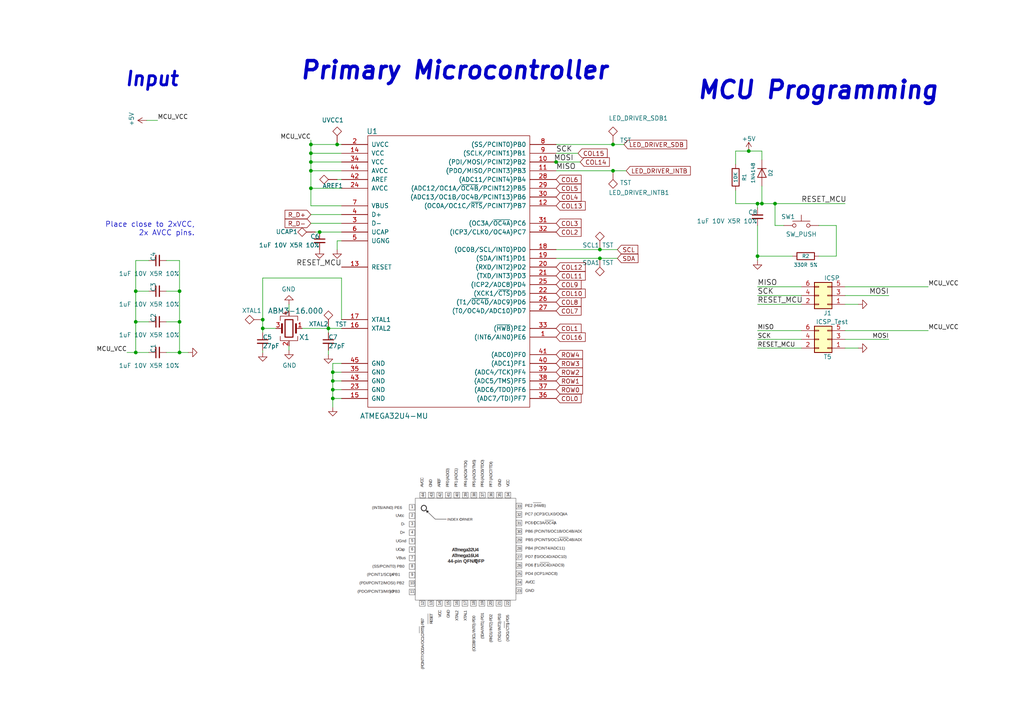
<source format=kicad_sch>
(kicad_sch (version 20211123) (generator eeschema)
  (paper "A4")
  (title_block (title "MCU") (date "2016-05-06") (company "Keyboardio"))
  (lib_symbols
    (symbol "1N4148:D" (pin_numbers hide) (pin_names (offset 1.016) hide)
      (property "Reference" "D" (at 0 2.54 0))
      (property "Value" "D" (at 0 -2.54 0))
      (symbol "D_0_1"
        (polyline (pts (xy -1.27 1.27) (xy -1.27 -1.27)) (stroke (width 0.2032)))
        (polyline (pts (xy 1.27 0) (xy -1.27 0)))
        (polyline (pts (xy 1.27 1.27) (xy 1.27 -1.27) (xy -1.27 0) (xy 1.27 1.27)) (stroke (width 0.2032)))
      )
      (symbol "D_1_1"
        (pin passive line (at -3.81 0 0) (length 2.54) (name "K") (number "1"))
        (pin passive line (at 3.81 0 180) (length 2.54) (name "A") (number "2"))
      )
    )
    (symbol "Connector_Generic:Conn_02x03_Odd_Even" (pin_names (offset 1.016) hide)
      (property "Reference" "J" (at 1.27 5.08 0))
      (property "Value" "Conn_02x03_Odd_Even" (at 1.27 -5.08 0))
      (symbol "Conn_02x03_Odd_Even_1_1"
        (rectangle (start -1.27 -2.413) (end 0 -2.667) (stroke (width 0.1524)))
        (rectangle (start -1.27 0.127) (end 0 -0.127) (stroke (width 0.1524)))
        (rectangle (start -1.27 2.667) (end 0 2.413) (stroke (width 0.1524)))
        (rectangle (start -1.27 3.81) (end 3.81 -3.81) (stroke (width 0.254)) (fill (type background)))
        (rectangle (start 3.81 -2.413) (end 2.54 -2.667) (stroke (width 0.1524)))
        (rectangle (start 3.81 0.127) (end 2.54 -0.127) (stroke (width 0.1524)))
        (rectangle (start 3.81 2.667) (end 2.54 2.413) (stroke (width 0.1524)))
        (pin passive line (at -5.08 2.54 0) (length 3.81) (name "Pin_1") (number "1"))
        (pin passive line (at 7.62 2.54 180) (length 3.81) (name "Pin_2") (number "2"))
        (pin passive line (at -5.08 0 0) (length 3.81) (name "Pin_3") (number "3"))
        (pin passive line (at 7.62 0 180) (length 3.81) (name "Pin_4") (number "4"))
        (pin passive line (at -5.08 -2.54 0) (length 3.81) (name "Pin_5") (number "5"))
        (pin passive line (at 7.62 -2.54 180) (length 3.81) (name "Pin_6") (number "6"))
      )
    )
    (symbol "Device:C_Small" (pin_numbers hide) (pin_names (offset 0.254) hide)
      (property "Reference" "C" (at 0.254 1.778 0))
      (property "Value" "C_Small" (at 0.254 -2.032 0))
      (symbol "C_Small_0_1"
        (polyline (pts (xy -1.524 -0.508) (xy 1.524 -0.508)) (stroke (width 0.3302)))
        (polyline (pts (xy -1.524 0.508) (xy 1.524 0.508)) (stroke (width 0.3048)))
      )
      (symbol "C_Small_1_1"
        (pin passive line (at 0 2.54 270) (length 2.032) (name "~") (number "1"))
        (pin passive line (at 0 -2.54 90) (length 2.032) (name "~") (number "2"))
      )
    )
    (symbol "Device:Crystal_GND24" (pin_names (offset 1.016) hide)
      (property "Reference" "Y" (at 3.175 5.08 0))
      (property "Value" "Crystal_GND24" (at 3.175 3.175 0))
      (symbol "Crystal_GND24_0_1"
        (rectangle (start -1.143 2.54) (end 1.143 -2.54) (stroke (width 0.3048)))
        (polyline (pts (xy -2.54 0) (xy -2.032 0)))
        (polyline (pts (xy -2.032 -1.27) (xy -2.032 1.27)) (stroke (width 0.508)))
        (polyline (pts (xy 0 -3.81) (xy 0 -3.556)))
        (polyline (pts (xy 0 3.556) (xy 0 3.81)))
        (polyline (pts (xy 2.032 -1.27) (xy 2.032 1.27)) (stroke (width 0.508)))
        (polyline (pts (xy 2.032 0) (xy 2.54 0)))
        (polyline (pts (xy -2.54 -2.286) (xy -2.54 -3.556) (xy 2.54 -3.556) (xy 2.54 -2.286)))
        (polyline (pts (xy -2.54 2.286) (xy -2.54 3.556) (xy 2.54 3.556) (xy 2.54 2.286)))
      )
      (symbol "Crystal_GND24_1_1"
        (pin passive line (at -3.81 0 0) (length 1.27) (name "1") (number "1"))
        (pin passive line (at 0 5.08 270) (length 1.27) (name "2") (number "2"))
        (pin passive line (at 3.81 0 180) (length 1.27) (name "3") (number "3"))
        (pin passive line (at 0 -5.08 90) (length 1.27) (name "4") (number "4"))
      )
    )
    (symbol "Device:R" (pin_numbers hide) (pin_names (offset 0))
      (property "Reference" "R" (at 2.032 0 90))
      (property "Value" "R" (at 0 0 90))
      (symbol "R_0_1"
        (rectangle (start -1.016 -2.54) (end 1.016 2.54) (stroke (width 0.254)))
      )
      (symbol "R_1_1"
        (pin passive line (at 0 3.81 270) (length 1.27) (name "~") (number "1"))
        (pin passive line (at 0 -3.81 90) (length 1.27) (name "~") (number "2"))
      )
    )
    (symbol "Keyboard-symbols:GND" (power) (pin_names (offset 0))
      (property "Value" "GND" (at 0 -3.81 0))
      (symbol "GND_0_1"
        (polyline (pts (xy 0 0) (xy 0 -1.27) (xy 1.27 -1.27) (xy 0 -2.54) (xy -1.27 -1.27) (xy 0 -1.27)))
      )
      (symbol "GND_1_1"
        (pin power_in line (at 0 0 270) (length 0) hide (name "GND") (number "1"))
      )
    )
    (symbol "Switch:SW_Push" (pin_numbers hide) (pin_names (offset 1.016) hide)
      (property "Reference" "SW" (at 1.27 2.54 0))
      (property "Value" "SW_Push" (at 0 -1.524 0))
      (symbol "SW_Push_0_1"
        (circle (center -2.032 0) (radius 0.508))
        (polyline (pts (xy 0 1.27) (xy 0 3.048)))
        (polyline (pts (xy 2.54 1.27) (xy -2.54 1.27)))
        (circle (center 2.032 0) (radius 0.508))
        (pin passive line (at -5.08 0 0) (length 2.54) (name "1") (number "1"))
        (pin passive line (at 5.08 0 180) (length 2.54) (name "2") (number "2"))
      )
    )
    (symbol "legacy:ATMEGA32U4" (pin_names (offset 1.016))
      (property "Reference" "U" (at -22.86 43.18 0))
      (property "Value" "ATMEGA32U4" (at -16.51 -39.37 0))
      (symbol "ATMEGA32U4_0_1"
        (rectangle (start -24.13 41.91) (end 22.86 -36.83))
      )
      (symbol "ATMEGA32U4_1_1"
        (pin input line (at 30.48 -16.51 180) (length 7.62) (name "(INT6/AIN0)PE6") (number "1"))
        (pin input line (at 30.48 34.29 180) (length 7.62) (name "(PDI/MOSI/PCINT2)PB2") (number "10"))
        (pin input line (at 30.48 31.75 180) (length 7.62) (name "(PDO/MISO/PCINT3)PB3") (number "11"))
        (pin input line (at 30.48 21.59 180) (length 7.62) (name "(OC0A/OC1C/~{RTS}/PCINT7)PB7") (number "12"))
        (pin input line (at -31.75 3.81 0) (length 7.62) (name "RESET") (number "13"))
        (pin power_in line (at -31.75 36.83 0) (length 7.62) (name "VCC") (number "14"))
        (pin power_in line (at -31.75 -34.29 0) (length 7.62) (name "GND") (number "15"))
        (pin input line (at -31.75 -13.97 0) (length 7.62) (name "XTAL2") (number "16"))
        (pin input line (at -31.75 -11.43 0) (length 7.62) (name "XTAL1") (number "17"))
        (pin input line (at 30.48 8.89 180) (length 7.62) (name "(OC0B/SCL/INT0)PD0") (number "18"))
        (pin input line (at 30.48 6.35 180) (length 7.62) (name "(SDA/INT1)PD1") (number "19"))
        (pin input line (at -31.75 39.37 0) (length 7.62) (name "UVCC") (number "2"))
        (pin input line (at 30.48 3.81 180) (length 7.62) (name "(RXD/INT2)PD2") (number "20"))
        (pin input line (at 30.48 1.27 180) (length 7.62) (name "(TXD/INT3)PD3") (number "21"))
        (pin input line (at 30.48 -3.81 180) (length 7.62) (name "(XCK1/~{CTS})PD5") (number "22"))
        (pin power_in line (at -31.75 -31.75 0) (length 7.62) (name "GND") (number "23"))
        (pin power_in line (at -31.75 26.67 0) (length 7.62) (name "AVCC") (number "24"))
        (pin input line (at 30.48 -1.27 180) (length 7.62) (name "(ICP2/ADC8)PD4") (number "25"))
        (pin input line (at 30.48 -6.35 180) (length 7.62) (name "(T1/~{OC4D}/ADC9)PD6") (number "26"))
        (pin input line (at 30.48 -8.89 180) (length 7.62) (name "(T0/OC4D/ADC10)PD7") (number "27"))
        (pin input line (at 30.48 29.21 180) (length 7.62) (name "(ADC11/PCINT4)PB4") (number "28"))
        (pin input line (at 30.48 26.67 180) (length 7.62) (name "(ADC12/OC1A/~{OC4B}/PCINT12)PB5") (number "29"))
        (pin input line (at -31.75 16.51 0) (length 7.62) (name "D-") (number "3"))
        (pin input line (at 30.48 24.13 180) (length 7.62) (name "(ADC13/OC1B/OC4B/PCINT13)PB6") (number "30"))
        (pin input line (at 30.48 16.51 180) (length 7.62) (name "(OC3A/~{OC4A})PC6") (number "31"))
        (pin input line (at 30.48 13.97 180) (length 7.62) (name "(ICP3/CLK0/OC4A)PC7") (number "32"))
        (pin input line (at 30.48 -13.97 180) (length 7.62) (name "(~{HWB})PE2") (number "33"))
        (pin power_in line (at -31.75 34.29 0) (length 7.62) (name "VCC") (number "34"))
        (pin power_in line (at -31.75 -26.67 0) (length 7.62) (name "GND") (number "35"))
        (pin input line (at 30.48 -34.29 180) (length 7.62) (name "(ADC7/TDI)PF7") (number "36"))
        (pin input line (at 30.48 -31.75 180) (length 7.62) (name "(ADC6/TDO)PF6") (number "37"))
        (pin input line (at 30.48 -29.21 180) (length 7.62) (name "(ADC5/TMS)PF5") (number "38"))
        (pin input line (at 30.48 -26.67 180) (length 7.62) (name "(ADC4/TCK)PF4") (number "39"))
        (pin input line (at -31.75 19.05 0) (length 7.62) (name "D+") (number "4"))
        (pin input line (at 30.48 -24.13 180) (length 7.62) (name "(ADC1)PF1") (number "40"))
        (pin input line (at 30.48 -21.59 180) (length 7.62) (name "(ADC0)PF0") (number "41"))
        (pin input line (at -31.75 29.21 0) (length 7.62) (name "AREF") (number "42"))
        (pin power_in line (at -31.75 -29.21 0) (length 7.62) (name "GND") (number "43"))
        (pin power_in line (at -31.75 31.75 0) (length 7.62) (name "AVCC") (number "44"))
        (pin power_in line (at -31.75 -24.13 0) (length 7.62) (name "GND") (number "45"))
        (pin input line (at -31.75 11.43 0) (length 7.62) (name "UGNG") (number "5"))
        (pin input line (at -31.75 13.97 0) (length 7.62) (name "UCAP") (number "6"))
        (pin input line (at -31.75 21.59 0) (length 7.62) (name "VBUS") (number "7"))
        (pin input line (at 30.48 39.37 180) (length 7.62) (name "(SS/PCINT0)PB0") (number "8"))
        (pin input line (at 30.48 36.83 180) (length 7.62) (name "(SCLK/PCINT1)PB1") (number "9"))
      )
    )
    (symbol "legacy:TST" (pin_numbers hide) (pin_names (offset 0) hide)
      (property "Reference" "P" (at 0 7.62 0))
      (property "Value" "TST" (at 0 6.35 0))
      (symbol "TST_0_1"
        (polyline (pts (xy 0 5.08) (xy -1.27 3.81) (xy 0 2.54) (xy 1.27 3.81) (xy 0 5.08) (xy 0 5.08)))
      )
      (symbol "TST_1_1"
        (pin passive line (at 0 0 90) (length 2.54) (name "~") (number "1"))
      )
    )
    (symbol "power:+5V" (power) (pin_names (offset 0))
      (property "Value" "+5V" (at 0 3.556 0))
      (symbol "+5V_0_1"
        (polyline (pts (xy -0.762 1.27) (xy 0 2.54)))
        (polyline (pts (xy 0 0) (xy 0 2.54)))
        (polyline (pts (xy 0 2.54) (xy 0.762 1.27)))
      )
      (symbol "+5V_1_1"
        (pin power_in line (at 0 0 90) (length 0) hide (name "+5V") (number "1"))
      )
    )
    (symbol "power:GND" (power) (pin_names (offset 0))
      (property "Value" "GND" (at 0 -3.81 0))
      (symbol "GND_0_1"
        (polyline (pts (xy 0 0) (xy 0 -1.27) (xy 1.27 -1.27) (xy 0 -2.54) (xy -1.27 -1.27) (xy 0 -1.27)))
      )
      (symbol "GND_1_1"
        (pin power_in line (at 0 0 270) (length 0) hide (name "GND") (number "1"))
      )
    )
  )
  (junction (at 90.17 54.61))
  (junction (at 177.8 49.53))
  (junction (at 219.71 74.295))
  (junction (at 90.17 46.99))
  (junction (at 95.25 95.25))
  (junction (at 217.17 43.815))
  (junction (at 97.79 41.91))
  (junction (at 219.71 59.055))
  (junction (at 92.71 67.31))
  (junction (at 76.2 92.71))
  (junction (at 173.99 72.39))
  (junction (at 96.52 107.95))
  (junction (at 90.17 41.91))
  (junction (at 76.2 95.25))
  (junction (at 39.37 93.345))
  (junction (at 96.52 115.57))
  (junction (at 52.07 84.455))
  (junction (at 161.29 46.99))
  (junction (at 90.17 49.53))
  (junction (at 96.52 110.49))
  (junction (at 90.17 44.45))
  (junction (at 52.07 93.345))
  (junction (at 224.79 59.055))
  (junction (at 220.98 59.055))
  (junction (at 39.37 102.235))
  (junction (at 177.8 41.91))
  (junction (at 39.37 84.455))
  (junction (at 52.07 102.235))
  (junction (at 96.52 113.03))
  (junction (at 173.99 74.93))
  (wire (pts (xy 90.17 46.99) (xy 99.06 46.99)))
  (wire (pts (xy 39.37 93.345) (xy 39.37 84.455)))
  (wire (pts (xy 173.99 72.39) (xy 161.29 72.39)))
  (wire (pts (xy 96.52 107.95) (xy 99.06 107.95)))
  (wire (pts (xy 232.41 95.885) (xy 219.71 95.885)))
  (wire (pts (xy 90.17 41.91) (xy 90.17 44.45)))
  (wire (pts (xy 245.11 98.425) (xy 257.81 98.425)))
  (wire (pts (xy 99.06 80.645) (xy 76.2 80.645)))
  (wire (pts (xy 39.37 102.235) (xy 43.18 102.235)))
  (wire (pts (xy 83.82 101.6) (xy 83.82 100.33)))
  (wire (pts (xy 269.24 83.185) (xy 245.11 83.185)))
  (wire (pts (xy 96.52 110.49) (xy 96.52 113.03)))
  (wire (pts (xy 96.52 110.49) (xy 99.06 110.49)))
  (wire (pts (xy 161.29 41.91) (xy 177.8 41.91)))
  (wire (pts (xy 173.99 74.93) (xy 179.07 74.93)))
  (wire (pts (xy 181.61 49.53) (xy 177.8 49.53)))
  (wire (pts (xy 220.98 59.055) (xy 224.79 59.055)))
  (wire (pts (xy 224.79 59.055) (xy 224.79 65.405)))
  (wire (pts (xy 161.29 46.99) (xy 168.275 46.99)))
  (wire (pts (xy 52.07 75.565) (xy 48.26 75.565)))
  (wire (pts (xy 45.72 34.925) (xy 42.545 34.925)))
  (wire (pts (xy 90.17 44.45) (xy 99.06 44.45)))
  (wire (pts (xy 245.11 88.265) (xy 248.92 88.265)))
  (wire (pts (xy 52.07 102.235) (xy 54.61 102.235)))
  (wire (pts (xy 90.17 54.61) (xy 90.17 59.69)))
  (wire (pts (xy 99.06 69.85) (xy 97.79 69.85)))
  (wire (pts (xy 232.41 100.965) (xy 219.71 100.965)))
  (wire (pts (xy 245.11 85.725) (xy 257.81 85.725)))
  (wire (pts (xy 219.71 74.295) (xy 219.71 75.565)))
  (wire (pts (xy 220.98 53.975) (xy 220.98 59.055)))
  (wire (pts (xy 219.71 59.055) (xy 220.98 59.055)))
  (wire (pts (xy 95.25 95.25) (xy 99.06 95.25)))
  (wire (pts (xy 232.41 98.425) (xy 219.71 98.425)))
  (wire (pts (xy 90.17 54.61) (xy 99.06 54.61)))
  (wire (pts (xy 90.17 44.45) (xy 90.17 46.99)))
  (wire (pts (xy 90.17 49.53) (xy 90.17 54.61)))
  (wire (pts (xy 177.8 49.53) (xy 161.29 49.53)))
  (wire (pts (xy 232.41 88.265) (xy 219.71 88.265)))
  (wire (pts (xy 95.25 95.25) (xy 95.25 96.52)))
  (wire (pts (xy 76.2 92.71) (xy 76.2 95.25)))
  (wire (pts (xy 237.49 65.405) (xy 242.57 65.405)))
  (wire (pts (xy 96.52 115.57) (xy 96.52 118.11)))
  (wire (pts (xy 237.49 74.295) (xy 242.57 74.295)))
  (wire (pts (xy 76.2 80.645) (xy 76.2 92.71)))
  (wire (pts (xy 39.37 93.345) (xy 43.18 93.345)))
  (wire (pts (xy 217.17 43.815) (xy 220.98 43.815)))
  (wire (pts (xy 245.11 100.965) (xy 248.92 100.965)))
  (wire (pts (xy 96.52 107.95) (xy 96.52 110.49)))
  (wire (pts (xy 99.06 105.41) (xy 96.52 105.41)))
  (wire (pts (xy 90.17 46.99) (xy 90.17 49.53)))
  (wire (pts (xy 48.26 102.235) (xy 52.07 102.235)))
  (wire (pts (xy 160.655 46.99) (xy 161.29 46.99)))
  (wire (pts (xy 224.79 59.055) (xy 245.11 59.055)))
  (wire (pts (xy 97.79 52.07) (xy 99.06 52.07)))
  (wire (pts (xy 232.41 83.185) (xy 219.71 83.185)))
  (wire (pts (xy 76.2 101.6) (xy 76.2 102.235)))
  (wire (pts (xy 36.83 102.235) (xy 39.37 102.235)))
  (wire (pts (xy 91.44 67.31) (xy 92.71 67.31)))
  (wire (pts (xy 76.2 95.25) (xy 76.2 96.52)))
  (wire (pts (xy 39.37 102.235) (xy 39.37 93.345)))
  (wire (pts (xy 97.79 41.91) (xy 99.06 41.91)))
  (wire (pts (xy 90.17 59.69) (xy 99.06 59.69)))
  (wire (pts (xy 213.36 55.245) (xy 213.36 59.055)))
  (wire (pts (xy 96.52 113.03) (xy 99.06 113.03)))
  (wire (pts (xy 224.79 65.405) (xy 227.33 65.405)))
  (wire (pts (xy 96.52 113.03) (xy 96.52 115.57)))
  (wire (pts (xy 52.07 102.235) (xy 52.07 93.345)))
  (wire (pts (xy 92.71 67.31) (xy 99.06 67.31)))
  (wire (pts (xy 52.07 93.345) (xy 52.07 84.455)))
  (wire (pts (xy 219.71 65.405) (xy 219.71 74.295)))
  (wire (pts (xy 269.24 95.885) (xy 245.11 95.885)))
  (wire (pts (xy 220.98 43.815) (xy 220.98 46.355)))
  (wire (pts (xy 179.07 72.39) (xy 173.99 72.39)))
  (wire (pts (xy 242.57 74.295) (xy 242.57 65.405)))
  (wire (pts (xy 90.17 41.91) (xy 97.79 41.91)))
  (wire (pts (xy 39.37 75.565) (xy 43.18 75.565)))
  (wire (pts (xy 39.37 84.455) (xy 43.18 84.455)))
  (wire (pts (xy 161.29 44.45) (xy 167.64 44.45)))
  (wire (pts (xy 99.06 62.23) (xy 90.17 62.23)))
  (wire (pts (xy 80.01 95.25) (xy 76.2 95.25)))
  (wire (pts (xy 48.26 84.455) (xy 52.07 84.455)))
  (wire (pts (xy 213.36 43.815) (xy 213.36 47.625)))
  (wire (pts (xy 161.29 74.93) (xy 173.99 74.93)))
  (wire (pts (xy 99.06 92.71) (xy 99.06 80.645)))
  (wire (pts (xy 213.36 59.055) (xy 219.71 59.055)))
  (wire (pts (xy 90.17 40.64) (xy 90.17 41.91)))
  (wire (pts (xy 97.79 69.85) (xy 97.79 72.39)))
  (wire (pts (xy 213.36 43.815) (xy 217.17 43.815)))
  (wire (pts (xy 96.52 115.57) (xy 99.06 115.57)))
  (wire (pts (xy 99.06 64.77) (xy 90.17 64.77)))
  (wire (pts (xy 90.17 49.53) (xy 99.06 49.53)))
  (wire (pts (xy 219.71 74.295) (xy 229.87 74.295)))
  (wire (pts (xy 96.52 105.41) (xy 96.52 107.95)))
  (wire (pts (xy 48.26 93.345) (xy 52.07 93.345)))
  (wire (pts (xy 219.71 60.325) (xy 219.71 59.055)))
  (wire (pts (xy 177.8 41.91) (xy 180.975 41.91)))
  (wire (pts (xy 39.37 84.455) (xy 39.37 75.565)))
  (wire (pts (xy 95.25 101.6) (xy 95.25 102.87)))
  (wire (pts (xy 232.41 85.725) (xy 219.71 85.725)))
  (wire (pts (xy 52.07 84.455) (xy 52.07 75.565)))
  (wire (pts (xy 87.63 95.25) (xy 95.25 95.25)))
  (wire (pts (xy 83.82 88.265) (xy 83.82 90.17)))
  (image (at 137.16 163.83))
  (text "Primary Microcontroller" (at 86.741 23.495 0) (effects (font (size 5.0038 5.0038) (thickness 1.0008) bold italic) (justify left bottom)))
  (text "Input" (at 52.07 25.4 180) (effects (font (size 3.9878 3.9878) (thickness 0.7976) bold italic) (justify right bottom)))
  (text "Place close to 2xVCC,\n2x AVCC pins." (at 56.515 68.58 180) (effects (font (size 1.524 1.524)) (justify right bottom)))
  (text "MCU Programming" (at 201.93 29.21 0) (effects (font (size 5.0038 5.0038) (thickness 1.0008) bold italic) (justify left bottom)))
  (label "MOSI" (at 257.81 85.725 180) (effects (font (size 1.524 1.524))))
  (label "RESET_MCU" (at 232.41 59.055 0) (effects (font (size 1.524 1.524))))
  (label "MCU_VCC" (at 269.24 95.885 0))
  (label "MISO" (at 219.71 83.185 0) (effects (font (size 1.524 1.524))))
  (label "MCU_VCC" (at 45.72 34.925 0))
  (label "MOSI" (at 160.655 46.99 0) (effects (font (size 1.524 1.524))))
  (label "RESET_MCU" (at 219.71 100.965 0))
  (label "MISO" (at 161.29 49.53 0) (effects (font (size 1.524 1.524))))
  (label "MCU_VCC" (at 269.24 83.185 0))
  (label "MOSI" (at 257.81 98.425 180))
  (label "SCK" (at 219.71 85.725 0) (effects (font (size 1.524 1.524))))
  (label "MCU_VCC" (at 90.17 40.64 180))
  (label "MISO" (at 219.71 95.885 0))
  (label "SCK" (at 161.29 44.45 0) (effects (font (size 1.524 1.524))))
  (label "RESET_MCU" (at 219.71 88.265 0) (effects (font (size 1.524 1.524))))
  (label "RESET_MCU" (at 99.06 77.47 180) (effects (font (size 1.524 1.524))))
  (label "SCK" (at 219.71 98.425 0))
  (label "MCU_VCC" (at 36.83 102.235 180))
  (global_label "COL15" (shape input) (at 167.64 44.45 0) (property "Intersheet References" "${INTERSHEET_REFS}" (effects hide)))
  (global_label "COL7" (shape input) (at 161.29 90.17 0) (property "Intersheet References" "${INTERSHEET_REFS}" (effects hide)))
  (global_label "ROW3" (shape input) (at 161.29 105.41 0) (property "Intersheet References" "${INTERSHEET_REFS}" (effects hide)))
  (global_label "ROW1" (shape input) (at 161.29 110.49 0) (property "Intersheet References" "${INTERSHEET_REFS}" (effects hide)))
  (global_label "COL1" (shape input) (at 161.29 95.25 0) (property "Intersheet References" "${INTERSHEET_REFS}" (effects hide)))
  (global_label "COL6" (shape input) (at 161.29 52.07 0) (property "Intersheet References" "${INTERSHEET_REFS}" (effects hide)))
  (global_label "R_D-" (shape input) (at 90.17 64.77 180) (property "Intersheet References" "${INTERSHEET_REFS}" (effects hide)))
  (global_label "ROW2" (shape input) (at 161.29 107.95 0) (property "Intersheet References" "${INTERSHEET_REFS}" (effects hide)))
  (global_label "COL9" (shape input) (at 161.29 82.55 0) (property "Intersheet References" "${INTERSHEET_REFS}" (effects hide)))
  (global_label "SCL" (shape input) (at 179.07 72.39 0) (property "Intersheet References" "${INTERSHEET_REFS}" (effects hide)))
  (global_label "ROW0" (shape input) (at 161.29 113.03 0) (property "Intersheet References" "${INTERSHEET_REFS}" (effects hide)))
  (global_label "COL5" (shape input) (at 161.29 54.61 0) (property "Intersheet References" "${INTERSHEET_REFS}" (effects hide)))
  (global_label "COL11" (shape input) (at 161.29 80.01 0) (property "Intersheet References" "${INTERSHEET_REFS}" (effects hide)))
  (global_label "R_D+" (shape input) (at 90.17 62.23 180) (property "Intersheet References" "${INTERSHEET_REFS}" (effects hide)))
  (global_label "COL13" (shape input) (at 161.29 59.69 0) (property "Intersheet References" "${INTERSHEET_REFS}" (effects hide)))
  (global_label "COL0" (shape input) (at 161.29 115.57 0) (property "Intersheet References" "${INTERSHEET_REFS}" (effects hide)))
  (global_label "SDA" (shape input) (at 179.07 74.93 0) (property "Intersheet References" "${INTERSHEET_REFS}" (effects hide)))
  (global_label "COL12" (shape input) (at 161.29 77.47 0) (property "Intersheet References" "${INTERSHEET_REFS}" (effects hide)))
  (global_label "COL4" (shape input) (at 161.29 57.15 0) (property "Intersheet References" "${INTERSHEET_REFS}" (effects hide)))
  (global_label "COL10" (shape input) (at 161.29 85.09 0) (property "Intersheet References" "${INTERSHEET_REFS}" (effects hide)))
  (global_label "LED_DRIVER_INTB" (shape input) (at 181.61 49.53 0) (property "Intersheet References" "${INTERSHEET_REFS}" (effects hide)))
  (global_label "COL3" (shape input) (at 161.29 64.77 0) (property "Intersheet References" "${INTERSHEET_REFS}" (effects hide)))
  (global_label "COL2" (shape input) (at 161.29 67.31 0) (property "Intersheet References" "${INTERSHEET_REFS}" (effects hide)))
  (global_label "COL8" (shape input) (at 161.29 87.63 0) (property "Intersheet References" "${INTERSHEET_REFS}" (effects hide)))
  (global_label "COL14" (shape input) (at 168.275 46.99 0) (property "Intersheet References" "${INTERSHEET_REFS}" (effects hide)))
  (global_label "COL16" (shape input) (at 161.29 97.79 0) (property "Intersheet References" "${INTERSHEET_REFS}" (effects hide)))
  (global_label "ROW4" (shape input) (at 161.29 102.87 0) (property "Intersheet References" "${INTERSHEET_REFS}" (effects hide)))
  (global_label "LED_DRIVER_SDB" (shape input) (at 180.975 41.91 0) (property "Intersheet References" "${INTERSHEET_REFS}" (effects hide)))
  (symbol (lib_id "power:GND") (at 92.71 72.39 0) (unit 1)
    (property "Reference" "#PWR0112" (effects hide))
    (property "Value" "GND" (effects hide))
  )
  (symbol (lib_id "Device:Crystal_GND24") (at 83.82 95.25 180) (unit 1)
    (property "Reference" "X1" (at 88.265 97.79 0) (effects (font (size 1.524 1.524))))
    (property "Value" "ABM3-16.000" (at 85.725 90.17 0) (effects (font (size 1.524 1.524))))
    (property "Footprint" "Keyboardio:ABM3_Crystal_Oscillator" (effects hide))
    (property "Datasheet" "https://support.epson.biz/td/api/doc_check.php?dl=brief_TSX-3225&lang=en" (effects hide))
    (property "Manufacturer" "Seiko-Epson" (effects hide))
    (property "MPN" "X1E000021069600" (effects hide))
    (property "DigiKey" "TSX-322516.0000MF20G-C-ND" (effects hide))
    (property "Description" "SMD Crystal Resonators 16MHz ±10ppm TSX-3225 RoHS 18pf" (effects hide))
    (property "LCSC" "C255907" (effects hide))
  )
  (symbol (lib_id "Device:C_Small") (at 76.2 99.06 0) (unit 1)
    (property "Reference" "C5" (at 76.2 97.79 0) (effects (justify left)))
    (property "Value" "27pF" (at 76.2 100.33 0) (effects (justify left)))
    (property "Footprint" "Capacitor_SMD:C_0603_1608Metric" (effects hide))
    (property "Datasheet" "http://www.yageo.com/documents/recent/UPY-GP_NP0_16V-to-50V_16.pdf" (effects hide))
    (property "MPN" "CC0603JRNPO9BN270" (effects hide))
    (property "DigiKey" "311-1063-1-ND" (effects hide))
    (property "Manufacturer" "Yaego" (effects hide))
    (property "Description" "CAP CER 27PF 50V C0G/NP0 0603" (effects hide))
    (property "Seeed Part Num" "CC0603JRNPO9BN270	" (effects hide))
    (property "LCSC" "C107045" (effects hide))
  )
  (symbol (lib_id "power:GND") (at 76.2 102.235 0) (unit 1)
    (property "Reference" "#PWR0101" (effects hide))
    (property "Value" "GND" (effects hide))
  )
  (symbol (lib_id "power:GND") (at 95.25 102.87 0) (unit 1)
    (property "Reference" "#PWR0104" (effects hide))
    (property "Value" "GND" (effects hide))
  )
  (symbol (lib_id "Device:C_Small") (at 45.72 102.235 90) (mirror x) (unit 1)
    (property "Reference" "C1" (at 44.45 99.695 0) (effects (justify left)))
    (property "Value" "1uF 10V X5R 10%" (at 52.07 106.045 90) (effects (justify left)))
    (property "Footprint" "Capacitor_SMD:C_0603_1608Metric" (effects hide))
    (property "Datasheet" "http://www.yageo.com/documents/recent/UPY-GPHC_X5R_4V-to-50V_25.pdf" (effects hide))
    (property "Description" "CAP CER 1UF 10V X5R 0603" (effects hide))
    (property "DigiKey" "311-1443-2-ND	" (effects hide))
    (property "Manufacturer" "Yageo" (effects hide))
    (property "MPN" "CC0603KRX5R6BB105" (effects hide))
    (property "Seeed Part Num" "GRM188R61A105KA61D	" (effects hide))
    (property "LCSC" "C106214" (effects hide))
  )
  (symbol (lib_id "legacy:ATMEGA32U4") (at 130.81 81.28 0) (unit 1)
    (property "Reference" "U1" (at 107.95 38.1 0) (effects (font (size 1.524 1.524))))
    (property "Value" "ATMEGA32U4-MU" (at 114.3 120.65 0) (effects (font (size 1.524 1.524))))
    (property "Footprint" "Keyboardio:TQFP-44_10x10mm_Pitch0.8mm-Plus-QFN_44_7x7mm_Pitch_0.5mm" (effects hide))
    (property "Datasheet" "http://www.atmel.com/images/atmel-7766-8-bit-avr-atmega16u4-32u4_datasheet.pdf" (effects hide))
    (property "Manufacturer" "Atmel" (effects hide))
    (property "MPN" "ATMEGA32U4-MU" (effects hide))
    (property "Description" "ATMega32U4 - VQFN preferred, but TQFP Acceptable" (effects hide))
    (property "DigiKey" "ATMEGA32U4-MU-ND" (effects hide))
    (property "Seeed Part Num" "ATMEGA32U4-MU	" (effects hide))
  )
  (symbol (lib_id "power:GND") (at 97.79 72.39 0) (unit 1)
    (property "Reference" "#PWR0113" (effects hide))
    (property "Value" "GND" (effects hide))
  )
  (symbol (lib_id "power:GND") (at 96.52 118.11 0) (unit 1)
    (property "Reference" "#PWR0103" (effects hide))
    (property "Value" "GND" (effects hide))
  )
  (symbol (lib_id "Switch:SW_Push") (at 232.41 65.405 0) (mirror y) (unit 1)
    (property "Reference" "SW1" (at 228.6 62.865 0))
    (property "Value" "SW_PUSH" (at 232.41 67.945 0))
    (property "Footprint" "Button_Switch_SMD:SW_SPST_TL3342" (effects hide))
    (property "Datasheet" "https://www.e-switch.com/system/asset/product_line/data_sheet/165/TL3342.pdf" (effects hide))
    (property "Description" "SWITCH TACTILE SPST-NO 0.05A 12V" (effects hide))
    (property "DigiKey" "EG2531TR-ND" (effects hide))
    (property "MPN" "TL3342F160QG/TR" (effects hide))
    (property "Manufacturer" "E-Switch" (effects hide))
  )
  (symbol (lib_id "power:+5V") (at 217.17 43.815 0) (unit 1)
    (property "Reference" "#PWR0108" (effects hide))
    (property "Value" "+5V" (at 217.17 40.259 0))
  )
  (symbol (lib_id "Device:R") (at 213.36 51.435 180) (unit 1)
    (property "Reference" "R1" (at 215.9 51.435 90) (effects (font (size 1.016 1.016))))
    (property "Value" "10K" (at 213.36 51.435 90) (effects (font (size 1.016 1.016))))
    (property "Footprint" "Resistor_SMD:R_0603_1608Metric" (effects hide))
    (property "Datasheet" "http://www.susumu.co.jp/common/pdf/n_catalog_partition05_en.pdf" (effects hide))
    (property "DigiKey" "RR08P10.0KDTR-ND" (effects hide))
    (property "Manufacturer" "Susumu" (effects hide))
    (property "MPN" "RR0816P-103-D" (effects hide))
    (property "Description" "RES SMD 10K OHM 0.5% 1/16W 0603" (effects hide))
    (property "Seeed Part Num" "RK73H1JTTD1002F" (effects hide))
    (property "LCSC" "C130232" (effects hide))
  )
  (symbol (lib_id "power:GND") (at 248.92 88.265 90) (mirror x) (unit 1)
    (property "Reference" "#PWR0109" (effects hide))
    (property "Value" "GND" (effects hide))
  )
  (symbol (lib_id "legacy:TST") (at 97.79 41.91 0) (mirror y) (unit 1)
    (property "Reference" "UVCC1" (at 96.52 35.56 0) (effects (justify bottom)))
    (property "Value" "TST" (effects hide))
    (property "Footprint" "TestPoint:TestPoint_Pad_D1.5mm" (effects hide))
  )
  (symbol (lib_id "legacy:TST") (at 97.79 52.07 90) (mirror x) (unit 1)
    (property "Reference" "AREF1" (at 96.52 54.61 90) (effects (justify bottom)))
    (property "Value" "TST" (effects hide))
    (property "Footprint" "TestPoint:TestPoint_Pad_D1.5mm" (effects hide))
  )
  (symbol (lib_id "legacy:TST") (at 91.44 67.31 90) (mirror x) (unit 1)
    (property "Reference" "UCAP1" (at 83.185 67.945 90) (effects (justify bottom)))
    (property "Value" "TST" (effects hide))
    (property "Footprint" "TestPoint:TestPoint_Pad_D1.5mm" (effects hide))
  )
  (symbol (lib_id "power:GND") (at 219.71 75.565 0) (unit 1)
    (property "Reference" "#PWR0107" (effects hide))
    (property "Value" "GND" (effects hide))
  )
  (symbol (lib_id "1N4148:D") (at 220.98 50.165 270) (unit 1)
    (property "Reference" "D2" (at 223.52 50.165 0) (effects (font (size 1.016 1.016))))
    (property "Value" "1N4148" (at 218.44 50.165 0) (effects (font (size 1.016 1.016))))
    (property "Footprint" "Diode_SMD:D_SOD-123" (effects hide))
    (property "Datasheet" "https://www.diodes.com/assets/Datasheets/ds30086.pdf" (effects hide))
    (property "DigiKey" "1N4148W-FDITR-ND" (effects hide))
    (property "Manufacturer" "Diodes Inc" (effects hide))
    (property "MPN" "1N4148W-7-F" (effects hide))
    (property "Description" "DIODE GEN PURP 100V 300MA SOD123" (effects hide))
    (property "LCSC" "C83528" (effects hide))
  )
  (symbol (lib_id "Device:C_Small") (at 45.72 93.345 90) (mirror x) (unit 1)
    (property "Reference" "C2" (at 44.45 90.805 0) (effects (justify left)))
    (property "Value" "1uF 10V X5R 10%" (at 52.07 97.155 90) (effects (justify left)))
    (property "Footprint" "Capacitor_SMD:C_0603_1608Metric" (effects hide))
    (property "Datasheet" "http://www.yageo.com/documents/recent/UPY-GPHC_X5R_4V-to-50V_25.pdf" (effects hide))
    (property "Description" "CAP CER 1UF 10V X5R 0603" (effects hide))
    (property "DigiKey" "311-1443-2-ND	" (effects hide))
    (property "Manufacturer" "Yageo" (effects hide))
    (property "MPN" "CC0603KRX5R6BB105" (effects hide))
    (property "Seeed Part Num" "GRM188R61A105KA61D	" (effects hide))
    (property "LCSC" "C106214" (effects hide))
  )
  (symbol (lib_id "Device:C_Small") (at 45.72 75.565 90) (mirror x) (unit 1)
    (property "Reference" "C4" (at 44.45 73.025 0) (effects (justify left)))
    (property "Value" "1uF 10V X5R 10%" (at 52.07 79.375 90) (effects (justify left)))
    (property "Footprint" "Capacitor_SMD:C_0603_1608Metric" (effects hide))
    (property "Datasheet" "http://www.yageo.com/documents/recent/UPY-GPHC_X5R_4V-to-50V_25.pdf" (effects hide))
    (property "Description" "CAP CER 1UF 10V X5R 0603" (effects hide))
    (property "DigiKey" "311-1443-2-ND	" (effects hide))
    (property "Manufacturer" "Yageo" (effects hide))
    (property "MPN" "CC0603KRX5R6BB105" (effects hide))
    (property "Seeed Part Num" "GRM188R61A105KA61D	" (effects hide))
    (property "LCSC" "C106214" (effects hide))
  )
  (symbol (lib_id "Device:C_Small") (at 45.72 84.455 90) (mirror x) (unit 1)
    (property "Reference" "C3" (at 44.45 81.915 0) (effects (justify left)))
    (property "Value" "1uF 10V X5R 10%" (at 52.07 88.265 90) (effects (justify left)))
    (property "Footprint" "Capacitor_SMD:C_0603_1608Metric" (effects hide))
    (property "Datasheet" "http://www.yageo.com/documents/recent/UPY-GPHC_X5R_4V-to-50V_25.pdf" (effects hide))
    (property "Description" "CAP CER 1UF 10V X5R 0603" (effects hide))
    (property "DigiKey" "311-1443-2-ND	" (effects hide))
    (property "Manufacturer" "Yageo" (effects hide))
    (property "MPN" "CC0603KRX5R6BB105" (effects hide))
    (property "Seeed Part Num" "GRM188R61A105KA61D	" (effects hide))
    (property "LCSC" "C106214" (effects hide))
  )
  (symbol (lib_id "Device:C_Small") (at 92.71 69.85 0) (mirror y) (unit 1)
    (property "Reference" "C6" (at 92.71 68.58 0) (effects (justify left)))
    (property "Value" "1uF 10V X5R 10%" (at 92.71 71.12 0) (effects (justify left)))
    (property "Footprint" "Capacitor_SMD:C_0603_1608Metric" (effects hide))
    (property "Datasheet" "http://www.yageo.com/documents/recent/UPY-GPHC_X5R_4V-to-50V_25.pdf" (effects hide))
    (property "Description" "CAP CER 1UF 10V X5R 0603" (effects hide))
    (property "DigiKey" "311-1443-2-ND	" (effects hide))
    (property "Manufacturer" "Yageo" (effects hide))
    (property "MPN" "CC0603KRX5R6BB105" (effects hide))
    (property "Seeed Part Num" "GRM188R61A105KA61D	" (effects hide))
    (property "LCSC" "C106214" (effects hide))
  )
  (symbol (lib_id "Device:C_Small") (at 219.71 62.865 0) (mirror y) (unit 1)
    (property "Reference" "C8" (at 219.71 61.595 0) (effects (justify left)))
    (property "Value" "1uF 10V X5R 10%" (at 219.71 64.135 0) (effects (justify left)))
    (property "Footprint" "Capacitor_SMD:C_0603_1608Metric" (effects hide))
    (property "Datasheet" "http://www.yageo.com/documents/recent/UPY-GPHC_X5R_4V-to-50V_25.pdf" (effects hide))
    (property "Description" "CAP CER 1UF 10V X5R 0603" (effects hide))
    (property "DigiKey" "311-1443-2-ND	" (effects hide))
    (property "Manufacturer" "Yageo" (effects hide))
    (property "MPN" "CC0603KRX5R6BB105" (effects hide))
    (property "Seeed Part Num" "GRM188R61A105KA61D	" (effects hide))
  )
  (symbol (lib_id "Device:R") (at 233.68 74.295 90) (unit 1)
    (property "Reference" "R2" (at 233.68 74.295 90) (effects (font (size 1.016 1.016))))
    (property "Value" "330R 5%" (at 233.68 76.835 90) (effects (font (size 1.016 1.016))))
    (property "Footprint" "Resistor_SMD:R_0603_1608Metric" (effects hide))
    (property "Datasheet" "http://www.yageo.com/documents/recent/PYu-RC_Group_51_RoHS_L_10.pdf" (effects hide))
    (property "Description" "RES SMD 330 OHM 5% 1/10W 0603" (effects hide))
    (property "DigiKey" "311-330GRTR-ND" (effects hide))
    (property "MPN" "311-330GRTR-ND" (effects hide))
    (property "Manufacturer" "Yaego" (effects hide))
    (property "Seeed Part Num" "RC0603JR-07330RL" (effects hide))
    (property "LCSC" "C105879" (effects hide))
  )
  (symbol (lib_id "power:GND") (at 54.61 102.235 90) (unit 1)
    (property "Reference" "#PWR0105" (effects hide))
    (property "Value" "GND" (effects hide))
  )
  (symbol (lib_id "Device:C_Small") (at 95.25 99.06 0) (unit 1)
    (property "Reference" "C7" (at 95.25 97.79 0) (effects (justify left)))
    (property "Value" "27pF" (at 95.25 100.33 0) (effects (justify left)))
    (property "Footprint" "Capacitor_SMD:C_0603_1608Metric" (effects hide))
    (property "Datasheet" "http://www.yageo.com/documents/recent/UPY-GP_NP0_16V-to-50V_16.pdf" (effects hide))
    (property "MPN" "CC0603JRNPO9BN270" (effects hide))
    (property "DigiKey" "311-1063-1-ND" (effects hide))
    (property "Manufacturer" "Yaego" (effects hide))
    (property "Description" "CAP CER 27PF 50V C0G/NP0 0603" (effects hide))
    (property "Seeed Part Num" "CC0603JRNPO9BN270	" (effects hide))
    (property "LCSC" "C107045" (effects hide))
  )
  (symbol (lib_id "legacy:TST") (at 76.2 92.71 90) (mirror x) (unit 1)
    (property "Reference" "XTAL1" (at 73.025 90.805 90) (effects (justify bottom)))
    (property "Value" "TST" (effects hide))
    (property "Footprint" "TestPoint:TestPoint_Pad_D1.5mm" (effects hide))
  )
  (symbol (lib_id "Connector_Generic:Conn_02x03_Odd_Even") (at 240.03 85.725 180) (unit 1)
    (property "Reference" "J1" (at 240.03 90.805 0))
    (property "Value" "ICSP" (at 241.3 80.645 0))
    (property "Footprint" "Keyboardio:Model_01_ICSP_cutout_pins" (effects hide))
    (property "Datasheet" "https://cdn.harwin.com/pdfs/C001XX_M20_Series_Connectors.pdf" (effects hide))
    (property "DigiKey" "952-1922-ND" (effects hide))
    (property "Manufacturer" "Harwin" (effects hide))
    (property "MPN" "M20-8760342" (effects hide))
    (property "Description" "2X3POS DIL VERTICAL SMT HEADER" (effects hide))
  )
  (symbol (lib_id "power:GND") (at 248.92 100.965 90) (mirror x) (unit 1)
    (property "Reference" "#PWR0110" (effects hide))
    (property "Value" "GND" (effects hide))
  )
  (symbol (lib_id "Connector_Generic:Conn_02x03_Odd_Even") (at 240.03 98.425 180) (unit 1)
    (property "Reference" "T5" (at 240.03 103.505 0))
    (property "Value" "ICSP_Test" (at 241.3 93.345 0))
    (property "Footprint" "Keyboardio:Six_Pin_Test_Point" (effects hide))
    (property "Description" "ICSP Test Points" (effects hide))
  )
  (symbol (lib_id "power:+5V") (at 42.545 34.925 90) (unit 1)
    (property "Reference" "#PWR0106" (effects hide))
    (property "Value" "+5V" (at 38.1508 34.544 0))
  )
  (symbol (lib_id "legacy:TST") (at 95.25 95.25 0) (unit 1)
    (property "Reference" "XTAL2" (at 89.535 93.98 0) (effects (justify left)))
    (property "Value" "TST" (at 97.2312 94.0562 0) (effects (justify left)))
    (property "Footprint" "TestPoint:TestPoint_Pad_D1.5mm" (effects hide))
  )
  (symbol (lib_id "legacy:TST") (at 173.99 72.39 0) (unit 1)
    (property "Reference" "SCL1" (at 168.91 71.12 0) (effects (justify left)))
    (property "Value" "TST" (at 174.625 71.12 0) (effects (justify left)))
    (property "Footprint" "TestPoint:TestPoint_Pad_D1.5mm" (effects hide))
  )
  (symbol (lib_id "legacy:TST") (at 173.99 74.93 180) (unit 1)
    (property "Reference" "SDA1" (at 168.91 76.2 0) (effects (justify right)))
    (property "Value" "TST" (at 174.625 76.2 0) (effects (justify right)))
    (property "Footprint" "TestPoint:TestPoint_Pad_D1.5mm" (effects hide))
  )
  (symbol (lib_id "legacy:TST") (at 177.8 41.91 0) (unit 1)
    (property "Reference" "LED_DRIVER_SDB1" (at 176.53 34.29 0) (effects (justify left)))
    (property "Value" "TST" (at 179.7812 40.7162 0) (effects (justify left)))
    (property "Footprint" "TestPoint:TestPoint_Pad_D1.5mm" (effects hide))
  )
  (symbol (lib_id "legacy:TST") (at 177.8 49.53 180) (unit 1)
    (property "Reference" "LED_DRIVER_INTB1" (at 176.53 55.88 0) (effects (justify right)))
    (property "Value" "TST" (at 179.7812 53.0098 0) (effects (justify right)))
    (property "Footprint" "TestPoint:TestPoint_Pad_D1.5mm" (effects hide))
  )
  (symbol (lib_id "Keyboard-symbols:GND") (at 83.82 101.6 0) (unit 1)
    (property "Reference" "#PWR0102" (effects hide))
    (property "Value" "GND" (at 83.947 105.9942 0))
  )
  (symbol (lib_id "Keyboard-symbols:GND") (at 83.82 88.265 180) (unit 1)
    (property "Reference" "#PWR0111" (effects hide))
    (property "Value" "GND" (at 83.693 83.8708 0))
  )
)
</source>
